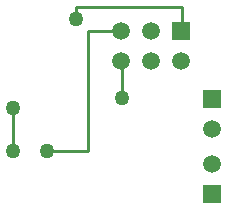
<source format=gbr>
G04 Layer_Physical_Order=2*
G04 Layer_Color=16711680*
%FSLAX26Y26*%
%MOIN*%
%TF.FileFunction,Copper,L2,Bot,Signal*%
%TF.Part,Single*%
G01*
G75*
%TA.AperFunction,Conductor*%
%ADD13C,0.010000*%
%TA.AperFunction,ComponentPad*%
%ADD16R,0.059055X0.059055*%
%ADD17C,0.059055*%
%ADD18R,0.059055X0.059055*%
%TA.AperFunction,ViaPad*%
%ADD19C,0.050000*%
D13*
X1100000Y1210000D02*
Y1355000D01*
X1350000Y1210000D02*
Y1610000D01*
X1463307D01*
X1310000Y1650000D02*
Y1691260D01*
X1663307D01*
Y1610000D02*
Y1691260D01*
X1460000Y1501693D02*
X1463307Y1505000D01*
X1215000Y1210000D02*
X1350000D01*
X1460000Y1501693D02*
X1465000Y1496693D01*
Y1391693D02*
Y1496693D01*
D16*
X1660000Y1610000D02*
D03*
D17*
Y1510000D02*
D03*
X1560000Y1610000D02*
D03*
Y1510000D02*
D03*
X1460000Y1610000D02*
D03*
Y1510000D02*
D03*
X1765000Y1166260D02*
D03*
Y1285000D02*
D03*
D18*
Y1066260D02*
D03*
Y1385000D02*
D03*
D19*
X1100000Y1355000D02*
D03*
Y1210000D02*
D03*
X1310000Y1650000D02*
D03*
X1215000Y1210000D02*
D03*
X1465000Y1386693D02*
D03*
%TF.MD5,0BEBBBC7B460EA8E6693784FDD35996F*%
M02*

</source>
